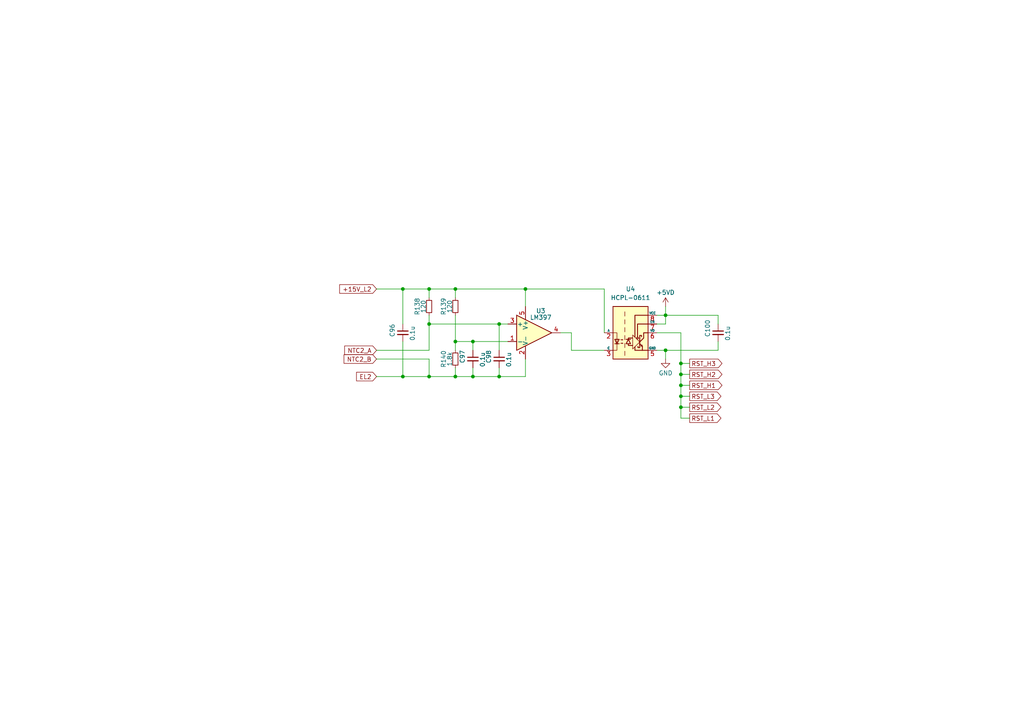
<source format=kicad_sch>
(kicad_sch (version 20211123) (generator eeschema)
  (paper "A4")
  (lib_symbols
    (symbol "Comparator:LM397" (pin_names (offset 0.127))
      (property "Reference" "U" (at 1.27 5.08 0))
      (property "Value" "LM397" (at 3.81 -5.08 0))
      (symbol "LM397_0_1"
        (polyline (pts (xy -5.08 5.08) (xy 5.08 0) (xy -5.08 -5.08) (xy -5.08 5.08)) (stroke (width 0.254)) (fill (type background)))
      )
      (symbol "LM397_1_1"
        (pin input line (at -7.62 -2.54 0) (length 2.54) (name "-") (number "1"))
        (pin power_in line (at -2.54 -7.62 90) (length 3.81) (name "V-") (number "2"))
        (pin input line (at -7.62 2.54 0) (length 2.54) (name "+") (number "3"))
        (pin open_collector line (at 7.62 0 180) (length 2.54) (name "~") (number "4"))
        (pin power_in line (at -2.54 7.62 270) (length 3.81) (name "V+") (number "5"))
      )
    )
    (symbol "Device:C_Small" (pin_numbers hide) (pin_names (offset 0.254) hide)
      (property "Reference" "C" (at 0.254 1.778 0))
      (property "Value" "C_Small" (at 0.254 -2.032 0))
      (symbol "C_Small_0_1"
        (polyline (pts (xy -1.524 -0.508) (xy 1.524 -0.508)) (stroke (width 0.3302)))
        (polyline (pts (xy -1.524 0.508) (xy 1.524 0.508)) (stroke (width 0.3048)))
      )
      (symbol "C_Small_1_1"
        (pin passive line (at 0 2.54 270) (length 2.032) (name "~") (number "1"))
        (pin passive line (at 0 -2.54 90) (length 2.032) (name "~") (number "2"))
      )
    )
    (symbol "Device:R_Small" (pin_numbers hide) (pin_names (offset 0.254) hide)
      (property "Reference" "R" (at 0.762 0.508 0))
      (property "Value" "R_Small" (at 0.762 -1.016 0))
      (symbol "R_Small_0_1"
        (rectangle (start -0.762 1.778) (end 0.762 -1.778) (stroke (width 0.2032)))
      )
      (symbol "R_Small_1_1"
        (pin passive line (at 0 2.54 270) (length 0.762) (name "~") (number "1"))
        (pin passive line (at 0 -2.54 90) (length 0.762) (name "~") (number "2"))
      )
    )
    (symbol "Isolator:HCPL-0611" (pin_names (offset 0))
      (property "Reference" "U" (at -4.064 8.89 0))
      (property "Value" "HCPL-0611" (at 0.254 -9.144 0))
      (symbol "HCPL-0611_0_1"
        (polyline (pts (xy 2.667 -3.556) (xy 2.667 -1.651)) (stroke (width 0.254)))
        (polyline (pts (xy 2.667 -2.159) (xy 2.667 -2.921)) (stroke (width 0.254)))
        (polyline (pts (xy 3.429 -3.937) (xy 3.429 -5.08)) (stroke (width 0.254)))
        (polyline (pts (xy -0.635 -3.302) (xy -0.635 -3.683) (xy 0.635 -3.683)) (stroke (width 0.254)))
        (polyline (pts (xy -0.635 -1.905) (xy -0.635 -1.524) (xy 0.508 -1.524)) (stroke (width 0.254)))
        (polyline (pts (xy 1.27 -4.064) (xy 1.27 -5.08) (xy 5.08 -5.08)) (stroke (width 0.254)))
        (polyline (pts (xy 1.27 -1.27) (xy 1.27 5.08) (xy 5.08 5.08)) (stroke (width 0.254)))
        (polyline (pts (xy 2.032 -1.27) (xy 2.032 2.54) (xy 5.08 2.54)) (stroke (width 0.254)))
        (polyline (pts (xy -5.08 -5.08) (xy -3.937 -5.08) (xy -3.937 0) (xy -5.08 0)))
        (polyline (pts (xy 2.667 -3.302) (xy 2.667 -4.318) (xy 2.159 -4.318) (xy 2.159 -3.937)) (stroke (width 0.254)))
        (polyline (pts (xy 2.667 -2.667) (xy 0.635 -4.699) (xy 0.635 -0.635) (xy 2.667 -2.667)))
        (polyline (pts (xy 2.667 -1.778) (xy 2.667 -0.762) (xy 3.175 -0.762) (xy 3.175 -1.143)) (stroke (width 0.254)))
        (polyline (pts (xy 2.794 -2.54) (xy 3.81 -1.524) (xy 3.81 0) (xy 5.08 0)) (stroke (width 0.254)))
        (polyline (pts (xy 2.667 -3.175) (xy 3.429 -3.937) (xy 3.302 -3.556) (xy 3.048 -3.81) (xy 3.429 -3.937)) (stroke (width 0.254)))
        (circle (center 2.032 -1.524) (radius 0.254) (stroke (width 0.254)))
      )
      (symbol "HCPL-0611_1_1"
        (rectangle (start -5.08 7.62) (end 5.08 -7.62) (stroke (width 0.254)) (fill (type background)))
        (polyline (pts (xy -4.572 -3.175) (xy -3.302 -3.175)) (stroke (width 0.254)))
        (polyline (pts (xy -1.651 -5.334) (xy -1.651 -6.604)))
        (polyline (pts (xy -1.651 -3.048) (xy -1.651 -4.318)))
        (polyline (pts (xy -1.651 -0.762) (xy -1.651 -2.032)))
        (polyline (pts (xy -1.651 1.524) (xy -1.651 0.254)))
        (polyline (pts (xy -1.651 3.81) (xy -1.651 2.54)))
        (polyline (pts (xy -1.651 6.096) (xy -1.651 4.826)))
        (polyline (pts (xy -1.27 -1.905) (xy 0 -1.905)) (stroke (width 0.254)))
        (polyline (pts (xy -3.937 -3.175) (xy -4.572 -1.905) (xy -3.302 -1.905) (xy -3.937 -3.175)) (stroke (width 0.254)))
        (polyline (pts (xy -0.635 -1.905) (xy -1.27 -3.175) (xy 0 -3.175) (xy -0.635 -1.905)) (stroke (width 0.254)))
        (polyline (pts (xy -2.921 -3.048) (xy -2.159 -3.048) (xy -2.54 -3.175) (xy -2.54 -2.921) (xy -2.159 -3.048)) (stroke (width 0.127)))
        (polyline (pts (xy -2.921 -2.032) (xy -2.159 -2.032) (xy -2.54 -2.159) (xy -2.54 -1.905) (xy -2.159 -2.032)) (stroke (width 0.127)))
        (pin no_connect line (at -5.08 5.08 0) (length 2.54) hide (name "NC") (number "1"))
        (pin passive line (at -7.62 0 0) (length 2.54) (name "A") (number "2"))
        (pin passive line (at -7.62 -5.08 0) (length 2.54) (name "C") (number "3"))
        (pin power_in line (at 7.62 -5.08 180) (length 2.54) (name "GND") (number "5"))
        (pin open_collector line (at 7.62 0 180) (length 2.54) (name "VO") (number "6"))
        (pin input line (at 7.62 2.54 180) (length 2.54) (name "EN") (number "7"))
        (pin power_in line (at 7.62 5.08 180) (length 2.54) (name "VCC") (number "8"))
      )
    )
    (symbol "power:+5VD" (power) (pin_names (offset 0))
      (property "Value" "+5VD" (at 0 3.556 0))
      (symbol "+5VD_0_1"
        (polyline (pts (xy -0.762 1.27) (xy 0 2.54)))
        (polyline (pts (xy 0 0) (xy 0 2.54)))
        (polyline (pts (xy 0 2.54) (xy 0.762 1.27)))
      )
      (symbol "+5VD_1_1"
        (pin power_in line (at 0 0 90) (length 0) hide (name "+5VD") (number "1"))
      )
    )
    (symbol "power:GND" (power) (pin_names (offset 0))
      (property "Value" "GND" (at 0 -3.81 0))
      (symbol "GND_0_1"
        (polyline (pts (xy 0 0) (xy 0 -1.27) (xy 1.27 -1.27) (xy 0 -2.54) (xy -1.27 -1.27) (xy 0 -1.27)))
      )
      (symbol "GND_1_1"
        (pin power_in line (at 0 0 270) (length 0) hide (name "GND") (number "1"))
      )
    )
  )
  (junction (at 197.485 114.935))
  (junction (at 137.16 99.06))
  (junction (at 132.08 109.22))
  (junction (at 116.84 83.82))
  (junction (at 193.04 101.6))
  (junction (at 132.08 99.06))
  (junction (at 152.4 83.82))
  (junction (at 124.46 109.22))
  (junction (at 197.485 105.41))
  (junction (at 197.485 118.11))
  (junction (at 124.46 83.82))
  (junction (at 193.04 91.44))
  (junction (at 124.46 93.98))
  (junction (at 137.16 109.22))
  (junction (at 116.84 109.22))
  (junction (at 197.485 108.585))
  (junction (at 132.08 83.82))
  (junction (at 197.485 111.76))
  (junction (at 144.78 109.22))
  (junction (at 144.78 93.98))
  (wire (pts (xy 144.78 93.98) (xy 144.78 101.6)))
  (wire (pts (xy 152.4 109.22) (xy 152.4 104.14)))
  (wire (pts (xy 137.16 106.68) (xy 137.16 109.22)))
  (wire (pts (xy 197.485 118.11) (xy 197.485 121.285)))
  (wire (pts (xy 190.5 101.6) (xy 193.04 101.6)))
  (wire (pts (xy 208.28 93.98) (xy 208.28 91.44)))
  (wire (pts (xy 208.28 99.06) (xy 208.28 101.6)))
  (wire (pts (xy 193.04 101.6) (xy 193.04 104.14)))
  (wire (pts (xy 137.16 99.06) (xy 147.32 99.06)))
  (wire (pts (xy 116.84 109.22) (xy 124.46 109.22)))
  (wire (pts (xy 144.78 93.98) (xy 147.32 93.98)))
  (wire (pts (xy 152.4 83.82) (xy 175.26 83.82)))
  (wire (pts (xy 200.025 111.76) (xy 197.485 111.76)))
  (wire (pts (xy 152.4 83.82) (xy 152.4 88.9)))
  (wire (pts (xy 197.485 96.52) (xy 197.485 105.41)))
  (wire (pts (xy 144.78 109.22) (xy 152.4 109.22)))
  (wire (pts (xy 132.08 99.06) (xy 132.08 101.6)))
  (wire (pts (xy 165.735 101.6) (xy 175.26 101.6)))
  (wire (pts (xy 193.04 91.44) (xy 208.28 91.44)))
  (wire (pts (xy 124.46 83.82) (xy 124.46 86.36)))
  (wire (pts (xy 132.08 106.68) (xy 132.08 109.22)))
  (wire (pts (xy 109.22 109.22) (xy 116.84 109.22)))
  (wire (pts (xy 124.46 93.98) (xy 144.78 93.98)))
  (wire (pts (xy 124.46 91.44) (xy 124.46 93.98)))
  (wire (pts (xy 175.26 96.52) (xy 175.26 83.82)))
  (wire (pts (xy 197.485 121.285) (xy 200.025 121.285)))
  (wire (pts (xy 124.46 93.98) (xy 124.46 101.6)))
  (wire (pts (xy 144.78 109.22) (xy 137.16 109.22)))
  (wire (pts (xy 193.04 101.6) (xy 208.28 101.6)))
  (wire (pts (xy 193.04 93.98) (xy 193.04 91.44)))
  (wire (pts (xy 197.485 105.41) (xy 200.025 105.41)))
  (wire (pts (xy 190.5 91.44) (xy 193.04 91.44)))
  (wire (pts (xy 109.22 83.82) (xy 116.84 83.82)))
  (wire (pts (xy 197.485 111.76) (xy 197.485 114.935)))
  (wire (pts (xy 137.16 109.22) (xy 132.08 109.22)))
  (wire (pts (xy 197.485 111.76) (xy 197.485 108.585)))
  (wire (pts (xy 197.485 118.11) (xy 200.025 118.11)))
  (wire (pts (xy 109.22 104.14) (xy 124.46 104.14)))
  (wire (pts (xy 190.5 93.98) (xy 193.04 93.98)))
  (wire (pts (xy 165.735 96.52) (xy 165.735 101.6)))
  (wire (pts (xy 132.08 83.82) (xy 152.4 83.82)))
  (wire (pts (xy 197.485 108.585) (xy 197.485 105.41)))
  (wire (pts (xy 193.04 91.44) (xy 193.04 88.9)))
  (wire (pts (xy 197.485 114.935) (xy 197.485 118.11)))
  (wire (pts (xy 116.84 99.06) (xy 116.84 109.22)))
  (wire (pts (xy 124.46 104.14) (xy 124.46 109.22)))
  (wire (pts (xy 132.08 99.06) (xy 137.16 99.06)))
  (wire (pts (xy 109.22 101.6) (xy 124.46 101.6)))
  (wire (pts (xy 190.5 96.52) (xy 197.485 96.52)))
  (wire (pts (xy 132.08 86.36) (xy 132.08 83.82)))
  (wire (pts (xy 162.56 96.52) (xy 165.735 96.52)))
  (wire (pts (xy 137.16 99.06) (xy 137.16 101.6)))
  (wire (pts (xy 124.46 83.82) (xy 132.08 83.82)))
  (wire (pts (xy 124.46 109.22) (xy 132.08 109.22)))
  (wire (pts (xy 132.08 91.44) (xy 132.08 99.06)))
  (wire (pts (xy 200.025 108.585) (xy 197.485 108.585)))
  (wire (pts (xy 197.485 114.935) (xy 200.025 114.935)))
  (wire (pts (xy 144.78 106.68) (xy 144.78 109.22)))
  (wire (pts (xy 116.84 83.82) (xy 124.46 83.82)))
  (wire (pts (xy 116.84 83.82) (xy 116.84 93.98)))
  (global_label "RST_H3" (shape output) (at 200.025 105.41 0) (property "Intersheet References" "${INTERSHEET_REFS}" (effects hide)))
  (global_label "RST_L3" (shape output) (at 200.025 114.935 0) (property "Intersheet References" "${INTERSHEET_REFS}" (effects hide)))
  (global_label "NTC2_A" (shape input) (at 109.22 101.6 180) (property "Intersheet References" "${INTERSHEET_REFS}" (effects hide)))
  (global_label "EL2" (shape input) (at 109.22 109.22 180) (property "Intersheet References" "${INTERSHEET_REFS}" (effects hide)))
  (global_label "RST_L1" (shape output) (at 200.025 121.285 0) (property "Intersheet References" "${INTERSHEET_REFS}" (effects hide)))
  (global_label "RST_H2" (shape output) (at 200.025 108.585 0) (property "Intersheet References" "${INTERSHEET_REFS}" (effects hide)))
  (global_label "RST_H1" (shape output) (at 200.025 111.76 0) (property "Intersheet References" "${INTERSHEET_REFS}" (effects hide)))
  (global_label "RST_L2" (shape output) (at 200.025 118.11 0) (property "Intersheet References" "${INTERSHEET_REFS}" (effects hide)))
  (global_label "NTC2_B" (shape input) (at 109.22 104.14 180) (property "Intersheet References" "${INTERSHEET_REFS}" (effects hide)))
  (global_label "+15V_L2" (shape input) (at 109.22 83.82 180) (property "Intersheet References" "${INTERSHEET_REFS}" (effects hide)))
  (symbol (lib_id "Device:C_Small") (at 116.84 96.52 0) (unit 1)
    (property "Reference" "C96" (at 113.792 97.79 90) (effects (justify left)))
    (property "Value" "0.1u" (at 119.634 94.488 90) (effects (justify right)))
    (property "Footprint" "Capacitor_SMD:C_0805_2012Metric_Pad1.18x1.45mm_HandSolder" (effects hide))
  )
  (symbol (lib_id "Isolator:HCPL-0611") (at 182.88 96.52 0) (unit 1)
    (property "Reference" "U4" (at 182.88 83.82 0))
    (property "Value" "HCPL-0611" (at 182.88 86.36 0))
    (property "Footprint" "Package_SO:SOIC-8_3.9x4.9mm_P1.27mm" (effects hide))
    (property "Datasheet" "https://docs.broadcom.com/docs/AV02-0940EN" (effects hide))
  )
  (symbol (lib_id "Device:R_Small") (at 124.46 88.9 180) (unit 1)
    (property "Reference" "R138" (at 121.031 88.9 90))
    (property "Value" "120" (at 122.809 88.9 90))
    (property "Footprint" "Resistor_SMD:R_0805_2012Metric_Pad1.20x1.40mm_HandSolder" (effects hide))
  )
  (symbol (lib_id "Device:R_Small") (at 132.08 104.14 180) (unit 1)
    (property "Reference" "R140" (at 128.651 104.14 90))
    (property "Value" "1.8k" (at 130.429 104.14 90))
    (property "Footprint" "Resistor_SMD:R_0805_2012Metric_Pad1.20x1.40mm_HandSolder" (effects hide))
  )
  (symbol (lib_id "Device:C_Small") (at 137.16 104.14 0) (unit 1)
    (property "Reference" "C97" (at 134.112 105.41 90) (effects (justify left)))
    (property "Value" "0.1u" (at 139.954 102.108 90) (effects (justify right)))
    (property "Footprint" "Capacitor_SMD:C_0805_2012Metric_Pad1.18x1.45mm_HandSolder" (effects hide))
  )
  (symbol (lib_id "power:GND") (at 193.04 104.14 0) (unit 1)
    (property "Reference" "#PWR077" (effects hide))
    (property "Value" "GND" (at 191.008 108.204 0) (effects (justify left)))
  )
  (symbol (lib_id "Comparator:LM397") (at 154.94 96.52 0) (unit 1)
    (property "Reference" "U3" (at 156.845 90.17 0))
    (property "Value" "LM397" (at 156.845 92.075 0))
    (property "Footprint" "Package_TO_SOT_SMD:SOT-23-5" (effects hide))
    (property "Datasheet" "http://www.ti.com/lit/ds/symlink/lm397.pdf" (effects hide))
  )
  (symbol (lib_id "Device:C_Small") (at 144.78 104.14 0) (unit 1)
    (property "Reference" "C98" (at 141.732 105.41 90) (effects (justify left)))
    (property "Value" "0.1u" (at 147.574 102.108 90) (effects (justify right)))
    (property "Footprint" "Capacitor_SMD:C_0805_2012Metric_Pad1.18x1.45mm_HandSolder" (effects hide))
  )
  (symbol (lib_id "Device:R_Small") (at 132.08 88.9 180) (unit 1)
    (property "Reference" "R139" (at 128.651 88.9 90))
    (property "Value" "120" (at 130.429 88.9 90))
    (property "Footprint" "Resistor_SMD:R_0805_2012Metric_Pad1.20x1.40mm_HandSolder" (effects hide))
  )
  (symbol (lib_id "power:+5VD") (at 193.04 88.9 0) (unit 1)
    (property "Reference" "#PWR076" (effects hide))
    (property "Value" "+5VD" (at 193.04 84.836 0))
  )
  (symbol (lib_id "Device:C_Small") (at 208.28 96.52 0) (unit 1)
    (property "Reference" "C100" (at 205.232 97.79 90) (effects (justify left)))
    (property "Value" "0.1u" (at 211.074 94.488 90) (effects (justify right)))
    (property "Footprint" "Capacitor_SMD:C_0805_2012Metric_Pad1.18x1.45mm_HandSolder" (effects hide))
  )
)
</source>
